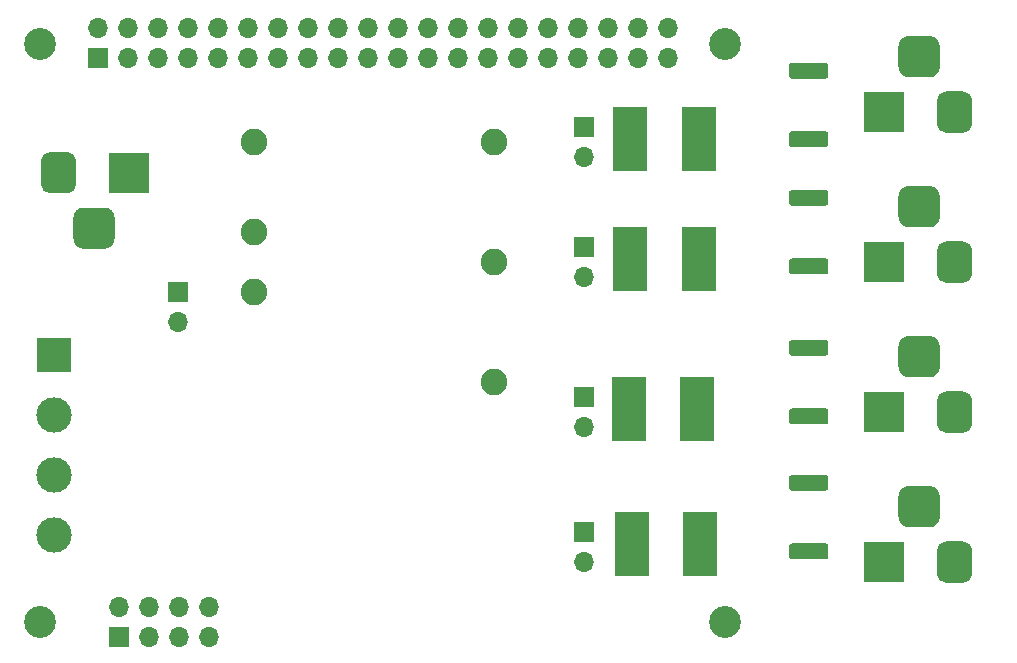
<source format=gbs>
G04 #@! TF.GenerationSoftware,KiCad,Pcbnew,5.1.6-c6e7f7d~87~ubuntu18.04.1*
G04 #@! TF.CreationDate,2020-09-01T12:43:11+02:00*
G04 #@! TF.ProjectId,alim_hat,616c696d-5f68-4617-942e-6b696361645f,rev?*
G04 #@! TF.SameCoordinates,Original*
G04 #@! TF.FileFunction,Soldermask,Bot*
G04 #@! TF.FilePolarity,Negative*
%FSLAX46Y46*%
G04 Gerber Fmt 4.6, Leading zero omitted, Abs format (unit mm)*
G04 Created by KiCad (PCBNEW 5.1.6-c6e7f7d~87~ubuntu18.04.1) date 2020-09-01 12:43:11*
%MOMM*%
%LPD*%
G01*
G04 APERTURE LIST*
%ADD10R,3.500000X3.500000*%
%ADD11O,1.700000X1.700000*%
%ADD12R,1.700000X1.700000*%
%ADD13C,2.250000*%
%ADD14R,2.900000X5.450000*%
%ADD15C,3.000000*%
%ADD16R,3.000000X3.000000*%
%ADD17C,2.700000*%
G04 APERTURE END LIST*
G36*
G01*
X206319320Y-113710720D02*
X206319320Y-111960720D01*
G75*
G02*
X207194320Y-111085720I875000J0D01*
G01*
X208944320Y-111085720D01*
G75*
G02*
X209819320Y-111960720I0J-875000D01*
G01*
X209819320Y-113710720D01*
G75*
G02*
X208944320Y-114585720I-875000J0D01*
G01*
X207194320Y-114585720D01*
G75*
G02*
X206319320Y-113710720I0J875000D01*
G01*
G37*
G36*
G01*
X203569320Y-109135720D02*
X203569320Y-107135720D01*
G75*
G02*
X204319320Y-106385720I750000J0D01*
G01*
X205819320Y-106385720D01*
G75*
G02*
X206569320Y-107135720I0J-750000D01*
G01*
X206569320Y-109135720D01*
G75*
G02*
X205819320Y-109885720I-750000J0D01*
G01*
X204319320Y-109885720D01*
G75*
G02*
X203569320Y-109135720I0J750000D01*
G01*
G37*
D10*
X211069320Y-108135720D03*
G36*
G01*
X267154999Y-139525000D02*
X270005001Y-139525000D01*
G75*
G02*
X270255000Y-139774999I0J-249999D01*
G01*
X270255000Y-140625001D01*
G75*
G02*
X270005001Y-140875000I-249999J0D01*
G01*
X267154999Y-140875000D01*
G75*
G02*
X266905000Y-140625001I0J249999D01*
G01*
X266905000Y-139774999D01*
G75*
G02*
X267154999Y-139525000I249999J0D01*
G01*
G37*
G36*
G01*
X267154999Y-133725000D02*
X270005001Y-133725000D01*
G75*
G02*
X270255000Y-133974999I0J-249999D01*
G01*
X270255000Y-134825001D01*
G75*
G02*
X270005001Y-135075000I-249999J0D01*
G01*
X267154999Y-135075000D01*
G75*
G02*
X266905000Y-134825001I0J249999D01*
G01*
X266905000Y-133974999D01*
G75*
G02*
X267154999Y-133725000I249999J0D01*
G01*
G37*
G36*
G01*
X267154999Y-128095000D02*
X270005001Y-128095000D01*
G75*
G02*
X270255000Y-128344999I0J-249999D01*
G01*
X270255000Y-129195001D01*
G75*
G02*
X270005001Y-129445000I-249999J0D01*
G01*
X267154999Y-129445000D01*
G75*
G02*
X266905000Y-129195001I0J249999D01*
G01*
X266905000Y-128344999D01*
G75*
G02*
X267154999Y-128095000I249999J0D01*
G01*
G37*
G36*
G01*
X267154999Y-122295000D02*
X270005001Y-122295000D01*
G75*
G02*
X270255000Y-122544999I0J-249999D01*
G01*
X270255000Y-123395001D01*
G75*
G02*
X270005001Y-123645000I-249999J0D01*
G01*
X267154999Y-123645000D01*
G75*
G02*
X266905000Y-123395001I0J249999D01*
G01*
X266905000Y-122544999D01*
G75*
G02*
X267154999Y-122295000I249999J0D01*
G01*
G37*
G36*
G01*
X267154999Y-115395000D02*
X270005001Y-115395000D01*
G75*
G02*
X270255000Y-115644999I0J-249999D01*
G01*
X270255000Y-116495001D01*
G75*
G02*
X270005001Y-116745000I-249999J0D01*
G01*
X267154999Y-116745000D01*
G75*
G02*
X266905000Y-116495001I0J249999D01*
G01*
X266905000Y-115644999D01*
G75*
G02*
X267154999Y-115395000I249999J0D01*
G01*
G37*
G36*
G01*
X267154999Y-109595000D02*
X270005001Y-109595000D01*
G75*
G02*
X270255000Y-109844999I0J-249999D01*
G01*
X270255000Y-110695001D01*
G75*
G02*
X270005001Y-110945000I-249999J0D01*
G01*
X267154999Y-110945000D01*
G75*
G02*
X266905000Y-110695001I0J249999D01*
G01*
X266905000Y-109844999D01*
G75*
G02*
X267154999Y-109595000I249999J0D01*
G01*
G37*
G36*
G01*
X267144839Y-104627940D02*
X269994841Y-104627940D01*
G75*
G02*
X270244840Y-104877939I0J-249999D01*
G01*
X270244840Y-105727941D01*
G75*
G02*
X269994841Y-105977940I-249999J0D01*
G01*
X267144839Y-105977940D01*
G75*
G02*
X266894840Y-105727941I0J249999D01*
G01*
X266894840Y-104877939D01*
G75*
G02*
X267144839Y-104627940I249999J0D01*
G01*
G37*
G36*
G01*
X267144839Y-98827940D02*
X269994841Y-98827940D01*
G75*
G02*
X270244840Y-99077939I0J-249999D01*
G01*
X270244840Y-99927941D01*
G75*
G02*
X269994841Y-100177940I-249999J0D01*
G01*
X267144839Y-100177940D01*
G75*
G02*
X266894840Y-99927941I0J249999D01*
G01*
X266894840Y-99077939D01*
G75*
G02*
X267144839Y-98827940I249999J0D01*
G01*
G37*
D11*
X215196820Y-120805240D03*
D12*
X215196820Y-118265240D03*
D13*
X241910000Y-105510000D03*
X241910000Y-115670000D03*
X241910000Y-125830000D03*
X221590000Y-118210000D03*
X221590000Y-113130000D03*
X221590000Y-105510000D03*
D11*
X249530000Y-116980000D03*
D12*
X249530000Y-114440000D03*
D11*
X249530000Y-141110000D03*
D12*
X249530000Y-138570000D03*
D11*
X249530000Y-129680000D03*
D12*
X249530000Y-127140000D03*
D11*
X249530000Y-106820000D03*
D12*
X249530000Y-104280000D03*
G36*
G01*
X279680000Y-135535000D02*
X279680000Y-137285000D01*
G75*
G02*
X278805000Y-138160000I-875000J0D01*
G01*
X277055000Y-138160000D01*
G75*
G02*
X276180000Y-137285000I0J875000D01*
G01*
X276180000Y-135535000D01*
G75*
G02*
X277055000Y-134660000I875000J0D01*
G01*
X278805000Y-134660000D01*
G75*
G02*
X279680000Y-135535000I0J-875000D01*
G01*
G37*
G36*
G01*
X282430000Y-140110000D02*
X282430000Y-142110000D01*
G75*
G02*
X281680000Y-142860000I-750000J0D01*
G01*
X280180000Y-142860000D01*
G75*
G02*
X279430000Y-142110000I0J750000D01*
G01*
X279430000Y-140110000D01*
G75*
G02*
X280180000Y-139360000I750000J0D01*
G01*
X281680000Y-139360000D01*
G75*
G02*
X282430000Y-140110000I0J-750000D01*
G01*
G37*
D10*
X274930000Y-141110000D03*
G36*
G01*
X279680000Y-110135000D02*
X279680000Y-111885000D01*
G75*
G02*
X278805000Y-112760000I-875000J0D01*
G01*
X277055000Y-112760000D01*
G75*
G02*
X276180000Y-111885000I0J875000D01*
G01*
X276180000Y-110135000D01*
G75*
G02*
X277055000Y-109260000I875000J0D01*
G01*
X278805000Y-109260000D01*
G75*
G02*
X279680000Y-110135000I0J-875000D01*
G01*
G37*
G36*
G01*
X282430000Y-114710000D02*
X282430000Y-116710000D01*
G75*
G02*
X281680000Y-117460000I-750000J0D01*
G01*
X280180000Y-117460000D01*
G75*
G02*
X279430000Y-116710000I0J750000D01*
G01*
X279430000Y-114710000D01*
G75*
G02*
X280180000Y-113960000I750000J0D01*
G01*
X281680000Y-113960000D01*
G75*
G02*
X282430000Y-114710000I0J-750000D01*
G01*
G37*
X274930000Y-115710000D03*
G36*
G01*
X279680000Y-122835000D02*
X279680000Y-124585000D01*
G75*
G02*
X278805000Y-125460000I-875000J0D01*
G01*
X277055000Y-125460000D01*
G75*
G02*
X276180000Y-124585000I0J875000D01*
G01*
X276180000Y-122835000D01*
G75*
G02*
X277055000Y-121960000I875000J0D01*
G01*
X278805000Y-121960000D01*
G75*
G02*
X279680000Y-122835000I0J-875000D01*
G01*
G37*
G36*
G01*
X282430000Y-127410000D02*
X282430000Y-129410000D01*
G75*
G02*
X281680000Y-130160000I-750000J0D01*
G01*
X280180000Y-130160000D01*
G75*
G02*
X279430000Y-129410000I0J750000D01*
G01*
X279430000Y-127410000D01*
G75*
G02*
X280180000Y-126660000I750000J0D01*
G01*
X281680000Y-126660000D01*
G75*
G02*
X282430000Y-127410000I0J-750000D01*
G01*
G37*
X274930000Y-128410000D03*
G36*
G01*
X279680000Y-97435000D02*
X279680000Y-99185000D01*
G75*
G02*
X278805000Y-100060000I-875000J0D01*
G01*
X277055000Y-100060000D01*
G75*
G02*
X276180000Y-99185000I0J875000D01*
G01*
X276180000Y-97435000D01*
G75*
G02*
X277055000Y-96560000I875000J0D01*
G01*
X278805000Y-96560000D01*
G75*
G02*
X279680000Y-97435000I0J-875000D01*
G01*
G37*
G36*
G01*
X282430000Y-102010000D02*
X282430000Y-104010000D01*
G75*
G02*
X281680000Y-104760000I-750000J0D01*
G01*
X280180000Y-104760000D01*
G75*
G02*
X279430000Y-104010000I0J750000D01*
G01*
X279430000Y-102010000D01*
G75*
G02*
X280180000Y-101260000I750000J0D01*
G01*
X281680000Y-101260000D01*
G75*
G02*
X282430000Y-102010000I0J-750000D01*
G01*
G37*
X274930000Y-103010000D03*
D14*
X259394000Y-139586000D03*
X253594000Y-139586000D03*
X259140000Y-128156000D03*
X253340000Y-128156000D03*
X259288000Y-115456000D03*
X253488000Y-115456000D03*
X259288000Y-105296000D03*
X253488000Y-105296000D03*
D12*
X208382000Y-98438000D03*
D11*
X208382000Y-95898000D03*
X210922000Y-98438000D03*
X210922000Y-95898000D03*
X213462000Y-98438000D03*
X213462000Y-95898000D03*
X216002000Y-98438000D03*
X216002000Y-95898000D03*
X218542000Y-98438000D03*
X218542000Y-95898000D03*
X221082000Y-98438000D03*
X221082000Y-95898000D03*
X223622000Y-98438000D03*
X223622000Y-95898000D03*
X226162000Y-98438000D03*
X226162000Y-95898000D03*
X228702000Y-98438000D03*
X228702000Y-95898000D03*
X231242000Y-98438000D03*
X231242000Y-95898000D03*
X233782000Y-98438000D03*
X233782000Y-95898000D03*
X236322000Y-98438000D03*
X236322000Y-95898000D03*
X238862000Y-98438000D03*
X238862000Y-95898000D03*
X241402000Y-98438000D03*
X241402000Y-95898000D03*
X243942000Y-98438000D03*
X243942000Y-95898000D03*
X246482000Y-98438000D03*
X246482000Y-95898000D03*
X249022000Y-98438000D03*
X249022000Y-95898000D03*
X251562000Y-98438000D03*
X251562000Y-95898000D03*
X254102000Y-98438000D03*
X254102000Y-95898000D03*
X256642000Y-98438000D03*
X256642000Y-95898000D03*
D15*
X204710000Y-138800000D03*
D16*
X204710000Y-123560000D03*
D15*
X204710000Y-133720000D03*
X204710000Y-128640000D03*
D11*
X217780000Y-144920000D03*
X217780000Y-147460000D03*
X215240000Y-144920000D03*
X215240000Y-147460000D03*
X212700000Y-144920000D03*
X212700000Y-147460000D03*
X210160000Y-144920000D03*
D12*
X210160000Y-147460000D03*
D17*
X261510000Y-146190000D03*
X203510000Y-146200000D03*
X261510000Y-97200000D03*
X203510000Y-97200000D03*
M02*

</source>
